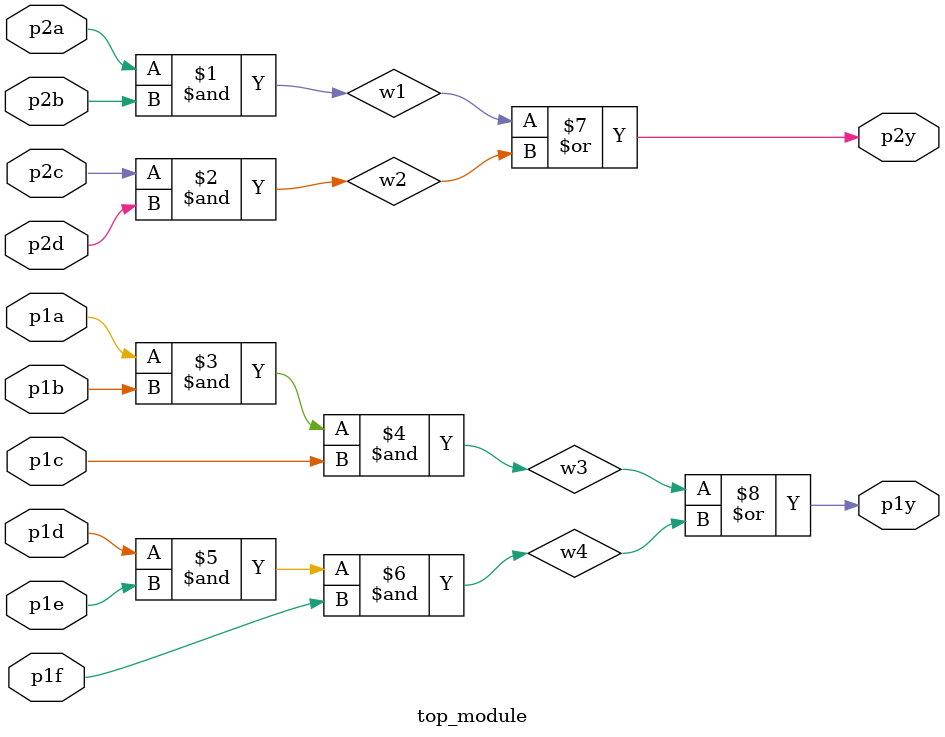
<source format=v>
module top_module ( 
    input p1a, p1b, p1c, p1d, p1e, p1f,
    output p1y,
    input p2a, p2b, p2c, p2d,
    output p2y );
    
    wire w1,w2,w3,w4;
    
    assign w1 = p2a & p2b;
    assign w2 = p2c & p2d;
    assign w3 = p1a & p1b & p1c;
    assign w4 = p1d & p1e & p1f;
    assign p2y = w1 | w2;
    assign p1y = w3 | w4;

endmodule

</source>
